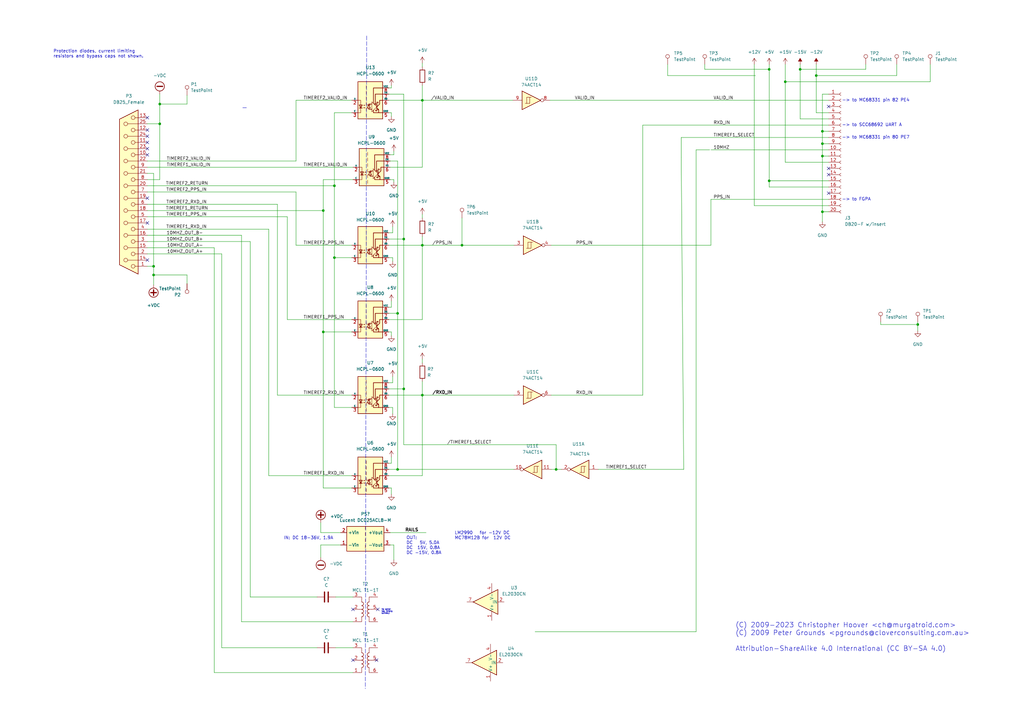
<source format=kicad_sch>
(kicad_sch (version 20211123) (generator eeschema)
  (paper "A3")
  (lib_symbols
    (symbol "74xx:74LS14" (pin_names (offset 1.016))
      (property "Reference" "U" (at 0 1.27 0))
      (property "Value" "74LS14" (at 0 -1.27 0))
      (symbol "74LS14_1_0"
        (polyline (pts (xy -3.81 3.81) (xy -3.81 -3.81) (xy 3.81 0) (xy -3.81 3.81)) (stroke (width 0.254)) (fill (type background)))
        (pin input line (at -7.62 0 0) (length 3.81) (name "~") (number "1"))
        (pin output inverted (at 7.62 0 180) (length 3.81) (name "~") (number "2"))
      )
      (symbol "74LS14_1_1"
        (polyline (pts (xy -1.905 -1.27) (xy -1.905 1.27) (xy -0.635 1.27)))
        (polyline (pts (xy -2.54 -1.27) (xy -0.635 -1.27) (xy -0.635 1.27) (xy 0 1.27)))
      )
      (symbol "74LS14_2_0"
        (polyline (pts (xy -3.81 3.81) (xy -3.81 -3.81) (xy 3.81 0) (xy -3.81 3.81)) (stroke (width 0.254)) (fill (type background)))
        (pin input line (at -7.62 0 0) (length 3.81) (name "~") (number "3"))
        (pin output inverted (at 7.62 0 180) (length 3.81) (name "~") (number "4"))
      )
      (symbol "74LS14_2_1"
        (polyline (pts (xy -1.905 -1.27) (xy -1.905 1.27) (xy -0.635 1.27)))
        (polyline (pts (xy -2.54 -1.27) (xy -0.635 -1.27) (xy -0.635 1.27) (xy 0 1.27)))
      )
      (symbol "74LS14_3_0"
        (polyline (pts (xy -3.81 3.81) (xy -3.81 -3.81) (xy 3.81 0) (xy -3.81 3.81)) (stroke (width 0.254)) (fill (type background)))
        (pin input line (at -7.62 0 0) (length 3.81) (name "~") (number "5"))
        (pin output inverted (at 7.62 0 180) (length 3.81) (name "~") (number "6"))
      )
      (symbol "74LS14_3_1"
        (polyline (pts (xy -1.905 -1.27) (xy -1.905 1.27) (xy -0.635 1.27)))
        (polyline (pts (xy -2.54 -1.27) (xy -0.635 -1.27) (xy -0.635 1.27) (xy 0 1.27)))
      )
      (symbol "74LS14_4_0"
        (polyline (pts (xy -3.81 3.81) (xy -3.81 -3.81) (xy 3.81 0) (xy -3.81 3.81)) (stroke (width 0.254)) (fill (type background)))
        (pin output inverted (at 7.62 0 180) (length 3.81) (name "~") (number "8"))
        (pin input line (at -7.62 0 0) (length 3.81) (name "~") (number "9"))
      )
      (symbol "74LS14_4_1"
        (polyline (pts (xy -1.905 -1.27) (xy -1.905 1.27) (xy -0.635 1.27)))
        (polyline (pts (xy -2.54 -1.27) (xy -0.635 -1.27) (xy -0.635 1.27) (xy 0 1.27)))
      )
      (symbol "74LS14_5_0"
        (polyline (pts (xy -3.81 3.81) (xy -3.81 -3.81) (xy 3.81 0) (xy -3.81 3.81)) (stroke (width 0.254)) (fill (type background)))
        (pin output inverted (at 7.62 0 180) (length 3.81) (name "~") (number "10"))
        (pin input line (at -7.62 0 0) (length 3.81) (name "~") (number "11"))
      )
      (symbol "74LS14_5_1"
        (polyline (pts (xy -1.905 -1.27) (xy -1.905 1.27) (xy -0.635 1.27)))
        (polyline (pts (xy -2.54 -1.27) (xy -0.635 -1.27) (xy -0.635 1.27) (xy 0 1.27)))
      )
      (symbol "74LS14_6_0"
        (polyline (pts (xy -3.81 3.81) (xy -3.81 -3.81) (xy 3.81 0) (xy -3.81 3.81)) (stroke (width 0.254)) (fill (type background)))
        (pin output inverted (at 7.62 0 180) (length 3.81) (name "~") (number "12"))
        (pin input line (at -7.62 0 0) (length 3.81) (name "~") (number "13"))
      )
      (symbol "74LS14_6_1"
        (polyline (pts (xy -1.905 -1.27) (xy -1.905 1.27) (xy -0.635 1.27)))
        (polyline (pts (xy -2.54 -1.27) (xy -0.635 -1.27) (xy -0.635 1.27) (xy 0 1.27)))
      )
      (symbol "74LS14_7_0"
        (pin power_in line (at 0 12.7 270) (length 5.08) (name "VCC") (number "14"))
        (pin power_in line (at 0 -12.7 90) (length 5.08) (name "GND") (number "7"))
      )
      (symbol "74LS14_7_1"
        (rectangle (start -5.08 7.62) (end 5.08 -7.62) (stroke (width 0.254)) (fill (type background)))
      )
    )
    (symbol "Amplifier_Buffer:EL2001CN" (pin_names (offset 0.127))
      (property "Reference" "U" (at 7.62 5.08 0))
      (property "Value" "EL2001CN" (at 7.62 2.54 0))
      (symbol "EL2001CN_0_1"
        (polyline (pts (xy 5.08 0) (xy -5.08 5.08) (xy -5.08 -5.08) (xy 5.08 0)) (stroke (width 0.254)) (fill (type background)))
      )
      (symbol "EL2001CN_1_1"
        (pin power_in line (at -2.54 7.62 270) (length 3.81) (name "V+") (number "1"))
        (pin input line (at -7.62 0 0) (length 2.54) (name "IN") (number "2"))
        (pin no_connect line (at -5.08 2.54 0) (length 2.54) hide (name "NC") (number "3"))
        (pin power_in line (at -2.54 -7.62 90) (length 3.81) (name "V-") (number "4"))
        (pin no_connect line (at -5.08 -2.54 0) (length 2.54) hide (name "NC") (number "5"))
        (pin no_connect line (at -5.08 -5.08 0) (length 2.54) hide (name "NC") (number "6"))
        (pin output line (at 7.62 0 180) (length 2.54) (name "~") (number "7"))
        (pin no_connect line (at -5.08 5.08 0) (length 2.54) hide (name "NC") (number "8"))
      )
    )
    (symbol "Connector:Conn_01x20_Female" (pin_names (offset 1.016) hide)
      (property "Reference" "J" (at 0 25.4 0))
      (property "Value" "Conn_01x20_Female" (at 0 -27.94 0))
      (symbol "Conn_01x20_Female_1_1"
        (arc (start 0 -24.892) (mid -0.508 -25.4) (end 0 -25.908) (stroke (width 0.1524)))
        (arc (start 0 -22.352) (mid -0.508 -22.86) (end 0 -23.368) (stroke (width 0.1524)))
        (arc (start 0 -19.812) (mid -0.508 -20.32) (end 0 -20.828) (stroke (width 0.1524)))
        (arc (start 0 -17.272) (mid -0.508 -17.78) (end 0 -18.288) (stroke (width 0.1524)))
        (arc (start 0 -14.732) (mid -0.508 -15.24) (end 0 -15.748) (stroke (width 0.1524)))
        (arc (start 0 -12.192) (mid -0.508 -12.7) (end 0 -13.208) (stroke (width 0.1524)))
        (arc (start 0 -9.652) (mid -0.508 -10.16) (end 0 -10.668) (stroke (width 0.1524)))
        (arc (start 0 -7.112) (mid -0.508 -7.62) (end 0 -8.128) (stroke (width 0.1524)))
        (arc (start 0 -4.572) (mid -0.508 -5.08) (end 0 -5.588) (stroke (width 0.1524)))
        (arc (start 0 -2.032) (mid -0.508 -2.54) (end 0 -3.048) (stroke (width 0.1524)))
        (polyline (pts (xy -1.27 -25.4) (xy -0.508 -25.4)) (stroke (width 0.1524)))
        (polyline (pts (xy -1.27 -22.86) (xy -0.508 -22.86)) (stroke (width 0.1524)))
        (polyline (pts (xy -1.27 -20.32) (xy -0.508 -20.32)) (stroke (width 0.1524)))
        (polyline (pts (xy -1.27 -17.78) (xy -0.508 -17.78)) (stroke (width 0.1524)))
        (polyline (pts (xy -1.27 -15.24) (xy -0.508 -15.24)) (stroke (width 0.1524)))
        (polyline (pts (xy -1.27 -12.7) (xy -0.508 -12.7)) (stroke (width 0.1524)))
        (polyline (pts (xy -1.27 -10.16) (xy -0.508 -10.16)) (stroke (width 0.1524)))
        (polyline (pts (xy -1.27 -7.62) (xy -0.508 -7.62)) (stroke (width 0.1524)))
        (polyline (pts (xy -1.27 -5.08) (xy -0.508 -5.08)) (stroke (width 0.1524)))
        (polyline (pts (xy -1.27 -2.54) (xy -0.508 -2.54)) (stroke (width 0.1524)))
        (polyline (pts (xy -1.27 0) (xy -0.508 0)) (stroke (width 0.1524)))
        (polyline (pts (xy -1.27 2.54) (xy -0.508 2.54)) (stroke (width 0.1524)))
        (polyline (pts (xy -1.27 5.08) (xy -0.508 5.08)) (stroke (width 0.1524)))
        (polyline (pts (xy -1.27 7.62) (xy -0.508 7.62)) (stroke (width 0.1524)))
        (polyline (pts (xy -1.27 10.16) (xy -0.508 10.16)) (stroke (width 0.1524)))
        (polyline (pts (xy -1.27 12.7) (xy -0.508 12.7)) (stroke (width 0.1524)))
        (polyline (pts (xy -1.27 15.24) (xy -0.508 15.24)) (stroke (width 0.1524)))
        (polyline (pts (xy -1.27 17.78) (xy -0.508 17.78)) (stroke (width 0.1524)))
        (polyline (pts (xy -1.27 20.32) (xy -0.508 20.32)) (stroke (width 0.1524)))
        (polyline (pts (xy -1.27 22.86) (xy -0.508 22.86)) (stroke (width 0.1524)))
        (arc (start 0 0.508) (mid -0.508 0) (end 0 -0.508) (stroke (width 0.1524)))
        (arc (start 0 3.048) (mid -0.508 2.54) (end 0 2.032) (stroke (width 0.1524)))
        (arc (start 0 5.588) (mid -0.508 5.08) (end 0 4.572) (stroke (width 0.1524)))
        (arc (start 0 8.128) (mid -0.508 7.62) (end 0 7.112) (stroke (width 0.1524)))
        (arc (start 0 10.668) (mid -0.508 10.16) (end 0 9.652) (stroke (width 0.1524)))
        (arc (start 0 13.208) (mid -0.508 12.7) (end 0 12.192) (stroke (width 0.1524)))
        (arc (start 0 15.748) (mid -0.508 15.24) (end 0 14.732) (stroke (width 0.1524)))
        (arc (start 0 18.288) (mid -0.508 17.78) (end 0 17.272) (stroke (width 0.1524)))
        (arc (start 0 20.828) (mid -0.508 20.32) (end 0 19.812) (stroke (width 0.1524)))
        (arc (start 0 23.368) (mid -0.508 22.86) (end 0 22.352) (stroke (width 0.1524)))
        (pin passive line (at -5.08 22.86 0) (length 3.81) (name "Pin_1") (number "1"))
        (pin passive line (at -5.08 0 0) (length 3.81) (name "Pin_10") (number "10"))
        (pin passive line (at -5.08 -2.54 0) (length 3.81) (name "Pin_11") (number "11"))
        (pin passive line (at -5.08 -5.08 0) (length 3.81) (name "Pin_12") (number "12"))
        (pin passive line (at -5.08 -7.62 0) (length 3.81) (name "Pin_13") (number "13"))
        (pin passive line (at -5.08 -10.16 0) (length 3.81) (name "Pin_14") (number "14"))
        (pin passive line (at -5.08 -12.7 0) (length 3.81) (name "Pin_15") (number "15"))
        (pin passive line (at -5.08 -15.24 0) (length 3.81) (name "Pin_16") (number "16"))
        (pin passive line (at -5.08 -17.78 0) (length 3.81) (name "Pin_17") (number "17"))
        (pin passive line (at -5.08 -20.32 0) (length 3.81) (name "Pin_18") (number "18"))
        (pin passive line (at -5.08 -22.86 0) (length 3.81) (name "Pin_19") (number "19"))
        (pin passive line (at -5.08 20.32 0) (length 3.81) (name "Pin_2") (number "2"))
        (pin passive line (at -5.08 -25.4 0) (length 3.81) (name "Pin_20") (number "20"))
        (pin passive line (at -5.08 17.78 0) (length 3.81) (name "Pin_3") (number "3"))
        (pin passive line (at -5.08 15.24 0) (length 3.81) (name "Pin_4") (number "4"))
        (pin passive line (at -5.08 12.7 0) (length 3.81) (name "Pin_5") (number "5"))
        (pin passive line (at -5.08 10.16 0) (length 3.81) (name "Pin_6") (number "6"))
        (pin passive line (at -5.08 7.62 0) (length 3.81) (name "Pin_7") (number "7"))
        (pin passive line (at -5.08 5.08 0) (length 3.81) (name "Pin_8") (number "8"))
        (pin passive line (at -5.08 2.54 0) (length 3.81) (name "Pin_9") (number "9"))
      )
    )
    (symbol "Connector:DB25_Female" (pin_names (offset 1.016) hide)
      (property "Reference" "J" (at 0 34.29 0))
      (property "Value" "DB25_Female" (at 0 -34.925 0))
      (symbol "DB25_Female_0_1"
        (circle (center -1.778 -30.48) (radius 0.762))
        (circle (center -1.778 -25.4) (radius 0.762))
        (circle (center -1.778 -20.32) (radius 0.762))
        (circle (center -1.778 -15.24) (radius 0.762))
        (circle (center -1.778 -10.16) (radius 0.762))
        (circle (center -1.778 -5.08) (radius 0.762))
        (circle (center -1.778 0) (radius 0.762))
        (circle (center -1.778 5.08) (radius 0.762))
        (circle (center -1.778 10.16) (radius 0.762))
        (circle (center -1.778 15.24) (radius 0.762))
        (circle (center -1.778 20.32) (radius 0.762))
        (circle (center -1.778 25.4) (radius 0.762))
        (circle (center -1.778 30.48) (radius 0.762))
        (polyline (pts (xy -3.81 -30.48) (xy -2.54 -30.48)))
        (polyline (pts (xy -3.81 -27.94) (xy 0.508 -27.94)))
        (polyline (pts (xy -3.81 -25.4) (xy -2.54 -25.4)))
        (polyline (pts (xy -3.81 -22.86) (xy 0.508 -22.86)))
        (polyline (pts (xy -3.81 -20.32) (xy -2.54 -20.32)))
        (polyline (pts (xy -3.81 -17.78) (xy 0.508 -17.78)))
        (polyline (pts (xy -3.81 -15.24) (xy -2.54 -15.24)))
        (polyline (pts (xy -3.81 -12.7) (xy 0.508 -12.7)))
        (polyline (pts (xy -3.81 -10.16) (xy -2.54 -10.16)))
        (polyline (pts (xy -3.81 -7.62) (xy 0.508 -7.62)))
        (polyline (pts (xy -3.81 -5.08) (xy -2.54 -5.08)))
        (polyline (pts (xy -3.81 -2.54) (xy 0.508 -2.54)))
        (polyline (pts (xy -3.81 0) (xy -2.54 0)))
        (polyline (pts (xy -3.81 2.54) (xy 0.508 2.54)))
        (polyline (pts (xy -3.81 5.08) (xy -2.54 5.08)))
        (polyline (pts (xy -3.81 7.62) (xy 0.508 7.62)))
        (polyline (pts (xy -3.81 10.16) (xy -2.54 10.16)))
        (polyline (pts (xy -3.81 12.7) (xy 0.508 12.7)))
        (polyline (pts (xy -3.81 15.24) (xy -2.54 15.24)))
        (polyline (pts (xy -3.81 17.78) (xy 0.508 17.78)))
        (polyline (pts (xy -3.81 20.32) (xy -2.54 20.32)))
        (polyline (pts (xy -3.81 22.86) (xy 0.508 22.86)))
        (polyline (pts (xy -3.81 25.4) (xy -2.54 25.4)))
        (polyline (pts (xy -3.81 27.94) (xy 0.508 27.94)))
        (polyline (pts (xy -3.81 30.48) (xy -2.54 30.48)))
        (polyline (pts (xy -3.81 33.655) (xy 3.81 29.845) (xy 3.81 -29.845) (xy -3.81 -33.655) (xy -3.81 33.655)) (stroke (width 0.254)) (fill (type background)))
        (circle (center 1.27 -27.94) (radius 0.762))
        (circle (center 1.27 -22.86) (radius 0.762))
        (circle (center 1.27 -17.78) (radius 0.762))
        (circle (center 1.27 -12.7) (radius 0.762))
        (circle (center 1.27 -7.62) (radius 0.762))
        (circle (center 1.27 -2.54) (radius 0.762))
        (circle (center 1.27 2.54) (radius 0.762))
        (circle (center 1.27 7.62) (radius 0.762))
        (circle (center 1.27 12.7) (radius 0.762))
        (circle (center 1.27 17.78) (radius 0.762))
        (circle (center 1.27 22.86) (radius 0.762))
        (circle (center 1.27 27.94) (radius 0.762))
      )
      (symbol "DB25_Female_1_1"
        (pin passive line (at -7.62 30.48 0) (length 3.81) (name "1") (number "1"))
        (pin passive line (at -7.62 -15.24 0) (length 3.81) (name "10") (number "10"))
        (pin passive line (at -7.62 -20.32 0) (length 3.81) (name "11") (number "11"))
        (pin passive line (at -7.62 -25.4 0) (length 3.81) (name "12") (number "12"))
        (pin passive line (at -7.62 -30.48 0) (length 3.81) (name "13") (number "13"))
        (pin passive line (at -7.62 27.94 0) (length 3.81) (name "P14") (number "14"))
        (pin passive line (at -7.62 22.86 0) (length 3.81) (name "P15") (number "15"))
        (pin passive line (at -7.62 17.78 0) (length 3.81) (name "P16") (number "16"))
        (pin passive line (at -7.62 12.7 0) (length 3.81) (name "P17") (number "17"))
        (pin passive line (at -7.62 7.62 0) (length 3.81) (name "P18") (number "18"))
        (pin passive line (at -7.62 2.54 0) (length 3.81) (name "P19") (number "19"))
        (pin passive line (at -7.62 25.4 0) (length 3.81) (name "2") (number "2"))
        (pin passive line (at -7.62 -2.54 0) (length 3.81) (name "P20") (number "20"))
        (pin passive line (at -7.62 -7.62 0) (length 3.81) (name "P21") (number "21"))
        (pin passive line (at -7.62 -12.7 0) (length 3.81) (name "P22") (number "22"))
        (pin passive line (at -7.62 -17.78 0) (length 3.81) (name "P23") (number "23"))
        (pin passive line (at -7.62 -22.86 0) (length 3.81) (name "P24") (number "24"))
        (pin passive line (at -7.62 -27.94 0) (length 3.81) (name "P25") (number "25"))
        (pin passive line (at -7.62 20.32 0) (length 3.81) (name "3") (number "3"))
        (pin passive line (at -7.62 15.24 0) (length 3.81) (name "4") (number "4"))
        (pin passive line (at -7.62 10.16 0) (length 3.81) (name "5") (number "5"))
        (pin passive line (at -7.62 5.08 0) (length 3.81) (name "6") (number "6"))
        (pin passive line (at -7.62 0 0) (length 3.81) (name "7") (number "7"))
        (pin passive line (at -7.62 -5.08 0) (length 3.81) (name "8") (number "8"))
        (pin passive line (at -7.62 -10.16 0) (length 3.81) (name "9") (number "9"))
      )
    )
    (symbol "Connector:TestPoint" (pin_numbers hide) (pin_names (offset 0.762) hide)
      (property "Reference" "TP" (at 0 6.858 0))
      (property "Value" "TestPoint" (at 0 5.08 0))
      (symbol "TestPoint_0_1"
        (circle (center 0 3.302) (radius 0.762))
      )
      (symbol "TestPoint_1_1"
        (pin passive line (at 0 0 90) (length 2.54) (name "1") (number "1"))
      )
    )
    (symbol "Converter_DCDC:MEE1S0312SC"
      (property "Reference" "PS" (at -7.62 6.35 0))
      (property "Value" "MEE1S0312SC" (at 1.27 6.35 0))
      (symbol "MEE1S0312SC_0_0"
        (pin power_in line (at -10.16 -2.54 0) (length 2.54) (name "-Vin") (number "1"))
        (pin power_in line (at -10.16 2.54 0) (length 2.54) (name "+Vin") (number "2"))
        (pin power_out line (at 10.16 -2.54 180) (length 2.54) (name "-Vout") (number "3"))
        (pin power_out line (at 10.16 2.54 180) (length 2.54) (name "+Vout") (number "4"))
      )
      (symbol "MEE1S0312SC_0_1"
        (rectangle (start -7.62 5.08) (end 7.62 -5.08) (stroke (width 0.254)) (fill (type background)))
        (polyline (pts (xy 0 -2.54) (xy 0 -3.81)))
        (polyline (pts (xy 0 0) (xy 0 -1.27)))
        (polyline (pts (xy 0 2.54) (xy 0 1.27)))
        (polyline (pts (xy 0 5.08) (xy 0 3.81)))
      )
    )
    (symbol "Device:C" (pin_numbers hide) (pin_names (offset 0.254))
      (property "Reference" "C" (at 0.635 2.54 0))
      (property "Value" "C" (at 0.635 -2.54 0))
      (symbol "C_0_1"
        (polyline (pts (xy -2.032 -0.762) (xy 2.032 -0.762)) (stroke (width 0.508)))
        (polyline (pts (xy -2.032 0.762) (xy 2.032 0.762)) (stroke (width 0.508)))
      )
      (symbol "C_1_1"
        (pin passive line (at 0 3.81 270) (length 2.794) (name "~") (number "1"))
        (pin passive line (at 0 -3.81 90) (length 2.794) (name "~") (number "2"))
      )
    )
    (symbol "Device:R" (pin_numbers hide) (pin_names (offset 0))
      (property "Reference" "R" (at 2.032 0 90))
      (property "Value" "R" (at 0 0 90))
      (symbol "R_0_1"
        (rectangle (start -1.016 -2.54) (end 1.016 2.54) (stroke (width 0.254)))
      )
      (symbol "R_1_1"
        (pin passive line (at 0 3.81 270) (length 1.27) (name "~") (number "1"))
        (pin passive line (at 0 -3.81 90) (length 1.27) (name "~") (number "2"))
      )
    )
    (symbol "Isolator:HCPL-0600" (pin_names (offset 0))
      (property "Reference" "U" (at -4.064 8.89 0))
      (property "Value" "HCPL-0600" (at 0.254 -9.144 0))
      (symbol "HCPL-0600_0_1"
        (polyline (pts (xy 2.667 -3.556) (xy 2.667 -1.651)) (stroke (width 0.254)))
        (polyline (pts (xy 2.667 -2.159) (xy 2.667 -2.921)) (stroke (width 0.254)))
        (polyline (pts (xy 3.429 -3.937) (xy 3.429 -5.08)) (stroke (width 0.254)))
        (polyline (pts (xy -0.635 -3.302) (xy -0.635 -3.683) (xy 0.635 -3.683)) (stroke (width 0.254)))
        (polyline (pts (xy -0.635 -1.905) (xy -0.635 -1.524) (xy 0.508 -1.524)) (stroke (width 0.254)))
        (polyline (pts (xy 1.27 -4.064) (xy 1.27 -5.08) (xy 5.08 -5.08)) (stroke (width 0.254)))
        (polyline (pts (xy 1.27 -1.27) (xy 1.27 5.08) (xy 5.08 5.08)) (stroke (width 0.254)))
        (polyline (pts (xy 2.032 -1.27) (xy 2.032 2.54) (xy 5.08 2.54)) (stroke (width 0.254)))
        (polyline (pts (xy -5.08 -5.08) (xy -3.937 -5.08) (xy -3.937 0) (xy -5.08 0)))
        (polyline (pts (xy 2.667 -3.302) (xy 2.667 -4.318) (xy 2.159 -4.318) (xy 2.159 -3.937)) (stroke (width 0.254)))
        (polyline (pts (xy 2.667 -2.667) (xy 0.635 -4.699) (xy 0.635 -0.635) (xy 2.667 -2.667)))
        (polyline (pts (xy 2.667 -1.778) (xy 2.667 -0.762) (xy 3.175 -0.762) (xy 3.175 -1.143)) (stroke (width 0.254)))
        (polyline (pts (xy 2.794 -2.54) (xy 3.81 -1.524) (xy 3.81 0) (xy 5.08 0)) (stroke (width 0.254)))
        (polyline (pts (xy 2.667 -3.175) (xy 3.429 -3.937) (xy 3.302 -3.556) (xy 3.048 -3.81) (xy 3.429 -3.937)) (stroke (width 0.254)))
        (circle (center 2.032 -1.524) (radius 0.254) (stroke (width 0.254)))
      )
      (symbol "HCPL-0600_1_1"
        (rectangle (start -5.08 7.62) (end 5.08 -7.62) (stroke (width 0.254)) (fill (type background)))
        (polyline (pts (xy -4.572 -3.175) (xy -3.302 -3.175)) (stroke (width 0.254)))
        (polyline (pts (xy -1.651 -5.334) (xy -1.651 -6.604)))
        (polyline (pts (xy -1.651 -3.048) (xy -1.651 -4.318)))
        (polyline (pts (xy -1.651 -0.762) (xy -1.651 -2.032)))
        (polyline (pts (xy -1.651 1.524) (xy -1.651 0.254)))
        (polyline (pts (xy -1.651 3.81) (xy -1.651 2.54)))
        (polyline (pts (xy -1.651 6.096) (xy -1.651 4.826)))
        (polyline (pts (xy -1.27 -1.905) (xy 0 -1.905)) (stroke (width 0.254)))
        (polyline (pts (xy -3.937 -3.175) (xy -4.572 -1.905) (xy -3.302 -1.905) (xy -3.937 -3.175)) (stroke (width 0.254)))
        (polyline (pts (xy -0.635 -1.905) (xy -1.27 -3.175) (xy 0 -3.175) (xy -0.635 -1.905)) (stroke (width 0.254)))
        (polyline (pts (xy -2.921 -3.048) (xy -2.159 -3.048) (xy -2.54 -3.175) (xy -2.54 -2.921) (xy -2.159 -3.048)) (stroke (width 0.127)))
        (polyline (pts (xy -2.921 -2.032) (xy -2.159 -2.032) (xy -2.54 -2.159) (xy -2.54 -1.905) (xy -2.159 -2.032)) (stroke (width 0.127)))
        (pin no_connect line (at -5.08 5.08 0) (length 2.54) hide (name "NC") (number "1"))
        (pin passive line (at -7.62 0 0) (length 2.54) (name "A") (number "2"))
        (pin passive line (at -7.62 -5.08 0) (length 2.54) (name "C") (number "3"))
        (pin power_in line (at 7.62 -5.08 180) (length 2.54) (name "GND") (number "5"))
        (pin open_collector line (at 7.62 0 180) (length 2.54) (name "VO") (number "6"))
        (pin input line (at 7.62 2.54 180) (length 2.54) (name "EN") (number "7"))
        (pin power_in line (at 7.62 5.08 180) (length 2.54) (name "VCC") (number "8"))
      )
    )
    (symbol "Transformer:ADTT1.5-1" (pin_names hide)
      (property "Reference" "TR" (at 0 6.35 0))
      (property "Value" "ADTT1.5-1" (at 0 -6.35 0))
      (symbol "ADTT1.5-1_0_1"
        (arc (start -1.524 -3.048) (mid -0.762 -2.286) (end -1.524 -1.524) (stroke (width 0.2032)))
        (arc (start -1.524 -1.524) (mid -0.762 -0.762) (end -1.524 0) (stroke (width 0.2032)))
        (arc (start -1.524 0) (mid -0.762 0.762) (end -1.524 1.524) (stroke (width 0.2032)))
        (arc (start -1.524 1.524) (mid -0.762 2.286) (end -1.524 3.048) (stroke (width 0.2032)))
        (polyline (pts (xy -2.54 0) (xy -1.27 0)))
        (polyline (pts (xy 2.54 0) (xy 1.27 0)) (stroke (width 0.1524)))
        (polyline (pts (xy -2.54 5.08) (xy -1.524 5.08) (xy -1.524 3.048)) (stroke (width 0.1524)))
        (polyline (pts (xy -1.524 -3.048) (xy -1.524 -5.08) (xy -2.54 -5.08)) (stroke (width 0.1524)))
        (polyline (pts (xy 1.524 3.048) (xy 1.524 5.08) (xy 2.54 5.08)) (stroke (width 0.1524)))
        (polyline (pts (xy 2.54 -5.08) (xy 1.524 -5.08) (xy 1.524 -3.048)) (stroke (width 0.1524)))
        (arc (start 1.524 -1.524) (mid 0.762 -2.286) (end 1.524 -3.048) (stroke (width 0.2032)))
        (arc (start 1.524 0) (mid 0.762 -0.762) (end 1.524 -1.524) (stroke (width 0.2032)))
        (arc (start 1.524 1.524) (mid 0.762 0.762) (end 1.524 0) (stroke (width 0.2032)))
        (arc (start 1.524 3.048) (mid 0.762 2.286) (end 1.524 1.524) (stroke (width 0.2032)))
      )
      (symbol "ADTT1.5-1_1_1"
        (pin passive line (at -5.08 -5.08 0) (length 2.54) (name "~") (number "1"))
        (pin passive line (at -5.08 0 0) (length 2.54) (name "~") (number "2"))
        (pin passive line (at -5.08 5.08 0) (length 2.54) (name "~") (number "3"))
        (pin passive line (at 5.08 5.08 180) (length 2.54) (name "~") (number "4"))
        (pin passive line (at 5.08 0 180) (length 2.54) (name "~") (number "5"))
        (pin passive line (at 5.08 -5.08 180) (length 2.54) (name "~") (number "6"))
      )
    )
    (symbol "power:+12V" (power) (pin_names (offset 0))
      (property "Value" "+12V" (at 0 3.556 0))
      (symbol "+12V_0_1"
        (polyline (pts (xy -0.762 1.27) (xy 0 2.54)))
        (polyline (pts (xy 0 0) (xy 0 2.54)))
        (polyline (pts (xy 0 2.54) (xy 0.762 1.27)))
      )
      (symbol "+12V_1_1"
        (pin power_in line (at 0 0 90) (length 0) hide (name "+12V") (number "1"))
      )
    )
    (symbol "power:+15V" (power) (pin_names (offset 0))
      (property "Value" "+15V" (at 0 3.556 0))
      (symbol "+15V_0_1"
        (polyline (pts (xy -0.762 1.27) (xy 0 2.54)))
        (polyline (pts (xy 0 0) (xy 0 2.54)))
        (polyline (pts (xy 0 2.54) (xy 0.762 1.27)))
      )
      (symbol "+15V_1_1"
        (pin power_in line (at 0 0 90) (length 0) hide (name "+15V") (number "1"))
      )
    )
    (symbol "power:+5V" (power) (pin_names (offset 0))
      (property "Value" "+5V" (at 0 3.556 0))
      (symbol "+5V_0_1"
        (polyline (pts (xy -0.762 1.27) (xy 0 2.54)))
        (polyline (pts (xy 0 0) (xy 0 2.54)))
        (polyline (pts (xy 0 2.54) (xy 0.762 1.27)))
      )
      (symbol "+5V_1_1"
        (pin power_in line (at 0 0 90) (length 0) hide (name "+5V") (number "1"))
      )
    )
    (symbol "power:+VDC" (power) (pin_names (offset 0))
      (property "Value" "+VDC" (at 0 6.35 0))
      (symbol "+VDC_0_1"
        (polyline (pts (xy -1.143 3.175) (xy 1.143 3.175)) (stroke (width 0.508)))
        (polyline (pts (xy 0 0) (xy 0 1.27)))
        (polyline (pts (xy 0 2.032) (xy 0 4.318)) (stroke (width 0.508)))
        (circle (center 0 3.175) (radius 1.905) (stroke (width 0.254)))
      )
      (symbol "+VDC_1_1"
        (pin power_in line (at 0 0 90) (length 0) hide (name "+VDC") (number "1"))
      )
    )
    (symbol "power:-12V" (power) (pin_names (offset 0))
      (property "Value" "-12V" (at 0 3.81 0))
      (symbol "-12V_0_0"
        (pin power_in line (at 0 0 90) (length 0) hide (name "-12V") (number "1"))
      )
      (symbol "-12V_0_1"
        (polyline (pts (xy 0 0) (xy 0 1.27) (xy 0.762 1.27) (xy 0 2.54) (xy -0.762 1.27) (xy 0 1.27)) (fill (type outline)))
      )
    )
    (symbol "power:-15V" (power) (pin_names (offset 0))
      (property "Value" "-15V" (at 0 3.81 0))
      (symbol "-15V_0_0"
        (pin power_in line (at 0 0 90) (length 0) hide (name "-15V") (number "1"))
      )
      (symbol "-15V_0_1"
        (polyline (pts (xy 0 0) (xy 0 1.27) (xy 0.762 1.27) (xy 0 2.54) (xy -0.762 1.27) (xy 0 1.27)) (fill (type outline)))
      )
    )
    (symbol "power:-VDC" (power) (pin_names (offset 0))
      (property "Value" "-VDC" (at 0 6.35 0))
      (symbol "-VDC_0_1"
        (polyline (pts (xy -1.143 3.175) (xy 1.143 3.175)) (stroke (width 0.508)))
        (polyline (pts (xy 0 0) (xy 0 1.27)))
        (circle (center 0 3.175) (radius 1.905) (stroke (width 0.254)))
      )
      (symbol "-VDC_1_1"
        (pin power_in line (at 0 0 90) (length 0) hide (name "-VDC") (number "1"))
      )
    )
    (symbol "power:GND" (power) (pin_names (offset 0))
      (property "Value" "GND" (at 0 -3.81 0))
      (symbol "GND_0_1"
        (polyline (pts (xy 0 0) (xy 0 -1.27) (xy 1.27 -1.27) (xy 0 -2.54) (xy -1.27 -1.27) (xy 0 -1.27)))
      )
      (symbol "GND_1_1"
        (pin power_in line (at 0 0 270) (length 0) hide (name "GND") (number "1"))
      )
    )
  )
  (junction (at 173.228 41.148))
  (junction (at 65.532 42.672))
  (junction (at 173.228 100.584))
  (junction (at 65.532 50.8))
  (junction (at 163.068 128.524))
  (junction (at 337.312 58.928))
  (junction (at 132.588 136.144))
  (junction (at 165.608 98.044))
  (junction (at 163.068 192.532))
  (junction (at 62.992 112.776))
  (junction (at 137.16 105.664))
  (junction (at 376.428 133.096))
  (junction (at 165.608 159.512))
  (junction (at 315.468 28.448))
  (junction (at 189.484 100.584))
  (junction (at 62.992 109.22))
  (junction (at 228.092 192.532))
  (junction (at 328.168 28.448))
  (junction (at 315.468 74.168))
  (junction (at 334.772 30.988))
  (junction (at 173.228 162.052))
  (junction (at 137.16 76.2))
  (junction (at 337.312 53.848))
  (junction (at 337.312 86.868))
  (junction (at 322.072 33.528))
  (junction (at 132.588 86.36))
  (junction (at 337.312 64.008))
  (no_connect (at 154.432 270.764))
  (no_connect (at 60.452 53.34))
  (no_connect (at 144.78 270.764))
  (no_connect (at 60.452 60.96))
  (no_connect (at 339.852 43.688))
  (no_connect (at 339.852 69.088))
  (no_connect (at 60.452 106.68))
  (no_connect (at 60.452 91.44))
  (no_connect (at 144.78 249.936))
  (no_connect (at 154.94 249.936))
  (no_connect (at 339.852 71.628))
  (no_connect (at 339.852 79.248))
  (no_connect (at 60.452 58.42))
  (no_connect (at 60.452 63.5))
  (no_connect (at 60.452 55.88))
  (no_connect (at 60.452 48.26))
  (no_connect (at 60.452 81.28))
  (wire (pts (xy 159.512 46.228) (xy 160.528 46.228)))
  (wire (pts (xy 173.228 87.884) (xy 173.228 89.408)))
  (wire (pts (xy 159.512 162.052) (xy 173.228 162.052)))
  (wire (pts (xy 160.528 125.984) (xy 159.512 125.984)))
  (wire (pts (xy 376.428 132.08) (xy 376.428 133.096)))
  (wire (pts (xy 334.772 30.988) (xy 334.772 26.416)))
  (wire (pts (xy 337.312 53.848) (xy 337.312 38.608)))
  (wire (pts (xy 160.528 46.228) (xy 160.528 47.752)))
  (wire (pts (xy 355.092 26.416) (xy 355.092 28.448)))
  (wire (pts (xy 337.312 64.008) (xy 337.312 86.868)))
  (wire (pts (xy 110.236 195.072) (xy 110.236 93.98)))
  (wire (pts (xy 219.456 259.08) (xy 285.496 259.08)))
  (wire (pts (xy 159.512 41.148) (xy 173.228 41.148)))
  (wire (pts (xy 137.16 46.228) (xy 137.16 76.2)))
  (wire (pts (xy 315.468 26.416) (xy 315.468 28.448)))
  (wire (pts (xy 160.02 223.52) (xy 161.544 223.52)))
  (wire (pts (xy 376.428 133.096) (xy 376.428 135.636)))
  (wire (pts (xy 132.588 136.144) (xy 144.272 136.144)))
  (wire (pts (xy 65.532 42.672) (xy 65.532 38.608)))
  (wire (pts (xy 137.16 46.228) (xy 144.272 46.228)))
  (wire (pts (xy 163.068 192.532) (xy 210.82 192.532)))
  (wire (pts (xy 309.372 26.416) (xy 309.372 84.328)))
  (wire (pts (xy 99.06 96.52) (xy 60.452 96.52)))
  (wire (pts (xy 173.228 35.052) (xy 173.228 41.148)))
  (wire (pts (xy 60.452 86.36) (xy 132.588 86.36)))
  (wire (pts (xy 159.512 131.064) (xy 173.228 131.064)))
  (wire (pts (xy 132.588 86.36) (xy 132.588 73.66)))
  (wire (pts (xy 337.312 53.848) (xy 339.852 53.848)))
  (wire (pts (xy 137.16 76.2) (xy 137.16 105.664)))
  (wire (pts (xy 315.468 28.448) (xy 315.468 74.168)))
  (wire (pts (xy 139.7 218.44) (xy 131.572 218.44)))
  (wire (pts (xy 160.528 136.144) (xy 160.528 137.668)))
  (wire (pts (xy 87.884 101.6) (xy 60.452 101.6)))
  (wire (pts (xy 273.812 30.988) (xy 273.812 26.416)))
  (wire (pts (xy 322.072 33.528) (xy 322.072 66.548)))
  (wire (pts (xy 160.528 123.444) (xy 160.528 125.984)))
  (wire (pts (xy 367.792 26.416) (xy 367.792 30.988)))
  (wire (pts (xy 76.708 39.116) (xy 76.708 42.672)))
  (wire (pts (xy 159.512 189.992) (xy 160.528 189.992)))
  (wire (pts (xy 144.272 162.052) (xy 113.792 162.052)))
  (wire (pts (xy 160.02 63.5) (xy 161.544 63.5)))
  (wire (pts (xy 339.852 86.868) (xy 337.312 86.868)))
  (wire (pts (xy 337.312 86.868) (xy 337.312 90.932)))
  (wire (pts (xy 334.772 46.228) (xy 334.772 30.988)))
  (wire (pts (xy 337.312 38.608) (xy 339.852 38.608)))
  (wire (pts (xy 139.7 223.52) (xy 131.572 223.52)))
  (wire (pts (xy 161.544 223.52) (xy 161.544 229.616)))
  (wire (pts (xy 76.708 116.332) (xy 76.708 112.776)))
  (wire (pts (xy 137.668 265.684) (xy 144.78 265.684)))
  (wire (pts (xy 102.616 99.06) (xy 102.616 244.856)))
  (wire (pts (xy 337.312 64.008) (xy 339.852 64.008)))
  (wire (pts (xy 159.512 195.072) (xy 173.228 195.072)))
  (wire (pts (xy 159.512 38.608) (xy 165.608 38.608)))
  (wire (pts (xy 161.036 156.972) (xy 161.036 154.432)))
  (wire (pts (xy 60.452 66.04) (xy 121.412 66.04)))
  (wire (pts (xy 144.272 41.148) (xy 121.412 41.148)))
  (wire (pts (xy 160.528 200.152) (xy 160.528 202.692)))
  (wire (pts (xy 132.588 136.144) (xy 132.588 86.36)))
  (wire (pts (xy 159.512 95.504) (xy 161.036 95.504)))
  (wire (pts (xy 65.532 73.66) (xy 65.532 50.8)))
  (wire (pts (xy 361.188 132.08) (xy 361.188 133.096)))
  (wire (pts (xy 160.02 66.04) (xy 163.068 66.04)))
  (wire (pts (xy 285.496 61.468) (xy 285.496 259.08)))
  (wire (pts (xy 159.512 200.152) (xy 160.528 200.152)))
  (wire (pts (xy 159.512 98.044) (xy 165.608 98.044)))
  (wire (pts (xy 144.78 255.016) (xy 99.06 255.016)))
  (wire (pts (xy 132.588 73.66) (xy 144.78 73.66)))
  (wire (pts (xy 161.544 63.5) (xy 161.544 61.976)))
  (wire (pts (xy 367.792 30.988) (xy 334.772 30.988)))
  (wire (pts (xy 381.508 26.416) (xy 381.508 33.528)))
  (wire (pts (xy 62.992 71.12) (xy 62.992 109.22)))
  (wire (pts (xy 309.372 84.328) (xy 339.852 84.328)))
  (wire (pts (xy 165.608 98.044) (xy 165.608 159.512)))
  (wire (pts (xy 165.608 182.372) (xy 165.608 159.512)))
  (wire (pts (xy 161.036 92.964) (xy 161.036 95.504)))
  (wire (pts (xy 62.992 109.22) (xy 62.992 112.776)))
  (wire (pts (xy 117.856 88.9) (xy 117.856 131.064)))
  (wire (pts (xy 173.228 162.052) (xy 210.82 162.052)))
  (wire (pts (xy 60.452 99.06) (xy 102.616 99.06)))
  (wire (pts (xy 263.652 51.308) (xy 263.652 162.052)))
  (wire (pts (xy 137.16 167.132) (xy 144.272 167.132)))
  (wire (pts (xy 60.452 73.66) (xy 65.532 73.66)))
  (wire (pts (xy 263.652 51.308) (xy 339.852 51.308)))
  (wire (pts (xy 226.06 100.584) (xy 291.592 100.584)))
  (wire (pts (xy 60.452 104.14) (xy 90.932 104.14)))
  (wire (pts (xy 309.88 30.988) (xy 273.812 30.988)))
  (wire (pts (xy 160.02 73.66) (xy 161.544 73.66)))
  (wire (pts (xy 339.852 46.228) (xy 334.772 46.228)))
  (wire (pts (xy 225.552 41.148) (xy 339.852 41.148)))
  (wire (pts (xy 87.884 275.844) (xy 87.884 101.6)))
  (polyline (pts (xy 101.092 44.196) (xy 99.568 44.196)))
  (wire (pts (xy 291.592 81.788) (xy 291.592 100.584)))
  (wire (pts (xy 90.932 265.684) (xy 130.048 265.684)))
  (wire (pts (xy 159.512 128.524) (xy 163.068 128.524)))
  (wire (pts (xy 137.16 105.664) (xy 137.16 167.132)))
  (wire (pts (xy 173.228 100.584) (xy 189.484 100.584)))
  (wire (pts (xy 159.512 105.664) (xy 161.036 105.664)))
  (wire (pts (xy 339.852 56.388) (xy 279.4 56.388)))
  (wire (pts (xy 131.572 223.52) (xy 131.572 228.6)))
  (wire (pts (xy 160.528 189.992) (xy 160.528 187.452)))
  (wire (pts (xy 159.512 36.068) (xy 160.528 36.068)))
  (wire (pts (xy 173.228 25.908) (xy 173.228 27.432)))
  (wire (pts (xy 76.708 42.672) (xy 65.532 42.672)))
  (wire (pts (xy 62.992 112.776) (xy 62.992 116.84)))
  (wire (pts (xy 159.512 136.144) (xy 160.528 136.144)))
  (wire (pts (xy 328.168 48.768) (xy 328.168 28.448)))
  (wire (pts (xy 160.528 36.068) (xy 160.528 35.052)))
  (wire (pts (xy 189.484 89.408) (xy 189.484 100.584)))
  (wire (pts (xy 189.484 100.584) (xy 210.82 100.584)))
  (wire (pts (xy 163.068 128.524) (xy 163.068 192.532)))
  (wire (pts (xy 315.468 76.708) (xy 315.468 74.168)))
  (wire (pts (xy 339.852 76.708) (xy 315.468 76.708)))
  (wire (pts (xy 60.452 68.58) (xy 144.78 68.58)))
  (wire (pts (xy 121.412 78.74) (xy 121.412 100.584)))
  (wire (pts (xy 159.512 100.584) (xy 173.228 100.584)))
  (wire (pts (xy 137.668 244.856) (xy 144.78 244.856)))
  (wire (pts (xy 159.512 156.972) (xy 161.036 156.972)))
  (wire (pts (xy 279.4 64.516) (xy 280.416 192.532)))
  (wire (pts (xy 228.092 192.532) (xy 228.092 182.372)))
  (wire (pts (xy 137.16 105.664) (xy 144.272 105.664)))
  (wire (pts (xy 159.512 159.512) (xy 165.608 159.512)))
  (wire (pts (xy 328.168 28.448) (xy 328.168 26.416)))
  (wire (pts (xy 159.512 167.132) (xy 161.036 167.132)))
  (wire (pts (xy 65.532 50.8) (xy 65.532 42.672)))
  (wire (pts (xy 161.544 73.66) (xy 161.544 74.676)))
  (wire (pts (xy 173.228 148.844) (xy 173.228 147.32)))
  (wire (pts (xy 228.092 192.532) (xy 226.06 192.532)))
  (wire (pts (xy 289.052 28.448) (xy 315.468 28.448)))
  (wire (pts (xy 361.188 133.096) (xy 376.428 133.096)))
  (wire (pts (xy 285.496 61.468) (xy 291.084 61.468)))
  (wire (pts (xy 60.452 78.74) (xy 121.412 78.74)))
  (wire (pts (xy 315.468 74.168) (xy 339.852 74.168)))
  (wire (pts (xy 161.036 105.664) (xy 161.036 107.188)))
  (wire (pts (xy 173.228 97.028) (xy 173.228 100.584)))
  (wire (pts (xy 322.072 66.548) (xy 339.852 66.548)))
  (wire (pts (xy 131.572 218.44) (xy 131.572 214.376)))
  (wire (pts (xy 226.06 162.052) (xy 263.652 162.052)))
  (wire (pts (xy 173.228 156.464) (xy 173.228 162.052)))
  (wire (pts (xy 160.02 68.58) (xy 173.228 68.58)))
  (wire (pts (xy 144.272 200.152) (xy 132.588 200.152)))
  (wire (pts (xy 245.364 192.532) (xy 280.416 192.532)))
  (wire (pts (xy 90.932 104.14) (xy 90.932 265.684)))
  (wire (pts (xy 322.072 26.416) (xy 322.072 33.528)))
  (wire (pts (xy 144.272 100.584) (xy 121.412 100.584)))
  (wire (pts (xy 65.532 50.8) (xy 60.452 50.8)))
  (wire (pts (xy 173.228 41.148) (xy 210.312 41.148)))
  (wire (pts (xy 381.508 33.528) (xy 322.072 33.528)))
  (wire (pts (xy 163.068 66.04) (xy 163.068 128.524)))
  (wire (pts (xy 173.228 131.064) (xy 173.228 100.584)))
  (wire (pts (xy 117.856 131.064) (xy 144.272 131.064)))
  (wire (pts (xy 228.092 182.372) (xy 165.608 182.372)))
  (wire (pts (xy 165.608 38.608) (xy 165.608 98.044)))
  (wire (pts (xy 159.512 192.532) (xy 163.068 192.532)))
  (wire (pts (xy 173.228 162.052) (xy 173.228 195.072)))
  (wire (pts (xy 144.272 195.072) (xy 110.236 195.072)))
  (wire (pts (xy 60.452 76.2) (xy 137.16 76.2)))
  (wire (pts (xy 102.616 244.856) (xy 130.048 244.856)))
  (wire (pts (xy 173.228 68.58) (xy 173.228 41.148)))
  (wire (pts (xy 60.452 83.82) (xy 113.792 83.82)))
  (wire (pts (xy 99.06 255.016) (xy 99.06 96.52)))
  (wire (pts (xy 289.052 26.416) (xy 289.052 28.448)))
  (polyline (pts (xy 150.368 14.732) (xy 149.86 282.448)))
  (wire (pts (xy 291.592 61.468) (xy 339.852 61.468)))
  (wire (pts (xy 339.852 48.768) (xy 328.168 48.768)))
  (wire (pts (xy 279.4 56.388) (xy 279.4 64.516)))
  (wire (pts (xy 161.036 167.132) (xy 161.036 169.672)))
  (wire (pts (xy 328.168 28.448) (xy 355.092 28.448)))
  (wire (pts (xy 337.312 53.848) (xy 337.312 58.928)))
  (wire (pts (xy 337.312 58.928) (xy 337.312 64.008)))
  (wire (pts (xy 144.78 275.844) (xy 87.884 275.844)))
  (wire (pts (xy 160.02 218.44) (xy 174.752 218.44)))
  (wire (pts (xy 60.452 93.98) (xy 110.236 93.98)))
  (wire (pts (xy 291.592 81.788) (xy 339.852 81.788)))
  (wire (pts (xy 132.588 200.152) (xy 132.588 136.144)))
  (wire (pts (xy 339.852 58.928) (xy 337.312 58.928)))
  (wire (pts (xy 76.708 112.776) (xy 62.992 112.776)))
  (wire (pts (xy 60.452 109.22) (xy 62.992 109.22)))
  (wire (pts (xy 121.412 41.148) (xy 121.412 66.04)))
  (wire (pts (xy 60.452 88.9) (xy 117.856 88.9)))
  (wire (pts (xy 60.452 71.12) (xy 62.992 71.12)))
  (wire (pts (xy 113.792 162.052) (xy 113.792 83.82)))
  (wire (pts (xy 230.124 192.532) (xy 228.092 192.532)))
  (text "IN: DC 18-36V, 1.9A" (at 116.332 221.488 0) (effects (font (size 1.27 1.27)) (justify left bottom)))
  (text "(C) 2009-2023 Christopher Hoover <ch@murgatroid.com>\n(C) 2009 Peter Grounds <pgrounds@cloverconsulting.com.au>\n \nAttribution-ShareAlike 4.0 International (CC BY-SA 4.0)" (at 301.625 267.335 0) (effects (font (size 2 2)) (justify left bottom)))
  (text "No center\ntap. (Wrong\nsymbol.)" (at 156.464 251.968 0) (effects (font (size 0.5 0.5)) (justify left bottom)))
  (text "-> to FGPA" (at 345.313 82.55 0) (effects (font (size 1.27 1.27)) (justify left bottom)))
  (text "Protection diodes, current limiting\nresistors and bypass caps not shown." (at 21.844 23.876 0) (effects (font (size 1.27 1.27)) (justify left bottom)))
  (text "LM2990   for -12V DC\nMC78M12B for  12V DC" (at 186.436 221.488 0) (effects (font (size 1.27 1.27)) (justify left bottom)))
  (text "-> to MC68331 pin 80 PE7" (at 345.313 57.15 0) (effects (font (size 1.27 1.27)) (justify left bottom)))
  (text "-> to MC68331 pin 82 PE4" (at 345.313 41.91 0) (effects (font (size 1.27 1.27)) (justify left bottom)))
  (text "-> to SCC68692 UART A" (at 345.313 52.07 0) (effects (font (size 1.27 1.27)) (justify left bottom)))
  (text "OUT:\nDC   5V, 5.0A\nDC  15V, 0.8A\nDC -15V, 0.8A" (at 166.624 227.584 0) (effects (font (size 1.27 1.27)) (justify left bottom)))
  (label "TIMEREF1_RXD_IN" (at 84.836 93.98 180))
  (label "10MHZ_OUT_A+" (at 83.312 104.14 180))
  (label "{slash}PPS_IN" (at 177.292 100.584 0))
  (label "RAILS" (at 166.116 218.44 0) (effects (font bold)))
  (label "VALID_IN" (at 235.712 41.148 0))
  (label "TIMEREF1_VALID_IN" (at 124.46 68.58 0))
  (label "RXD_IN" (at 236.22 162.052 0))
  (label "{slash}VALID_IN" (at 176.784 41.148 0))
  (label "TIMEREF1_SELECT" (at 248.412 192.532 0))
  (label "10MHZ" (at 292.608 61.468 0))
  (label "TIMEREF2_RXD_IN" (at 84.836 83.82 180))
  (label "TIMEREF1_PPS_IN" (at 84.836 88.9 180))
  (label "{slash}RXD_IN" (at 177.292 162.052 0) (effects (font bold)))
  (label "TIMEREF2_VALID_IN" (at 124.46 41.148 0))
  (label "TIMEREF2_VALID_IN" (at 86.36 66.04 180))
  (label "TIMEREF2_RXD_IN" (at 124.46 162.052 0))
  (label "TIMEREF1_RXD_IN" (at 124.46 195.072 0))
  (label "10MHZ_OUT_B+" (at 83.312 99.06 180))
  (label "PPS_IN" (at 292.608 81.788 0))
  (label "TIMEREF1_PPS_IN" (at 124.46 131.064 0))
  (label "{slash}TIMEREF1_SELECT" (at 183.388 182.372 0))
  (label "TIMEREF1_VALID_IN" (at 86.36 68.58 180))
  (label "TIMEREF1_SELECT" (at 292.608 56.388 0))
  (label "TIMEREF2_RETURN" (at 85.344 76.2 180))
  (label "RXD_IN" (at 292.608 51.308 0))
  (label "10MHZ_OUT_A-" (at 83.312 101.6 180))
  (label "TIMEREF2_PPS_IN" (at 84.836 78.74 180))
  (label "TIMEREF1_RETURN" (at 85.344 86.36 180))
  (label "10MHZ_OUT_B-" (at 83.312 96.52 180))
  (label "PPS_IN" (at 236.22 100.584 0))
  (label "VALID_IN" (at 292.608 41.148 0))
  (label "TIMEREF2_PPS_IN" (at 124.46 100.584 0))
  (symbol (lib_id "power:+5V") (at 160.528 35.052 0) (unit 1)
    (property "Reference" "#PWR0114" (effects hide))
    (property "Value" "+5V" (at 160.528 29.718 0))
  )
  (symbol (lib_id "Connector:TestPoint") (at 76.708 116.332 180) (unit 1)
    (property "Reference" "P2" (at 74.168 120.9041 0) (effects (justify left)))
    (property "Value" "TestPoint" (at 74.168 118.3641 0) (effects (justify left)))
  )
  (symbol (lib_id "Isolator:HCPL-0600") (at 152.4 68.58 0) (unit 1)
    (property "Reference" "U9" (at 152.4 56.134 0))
    (property "Value" "HCPL-0600" (at 152.4 58.674 0))
    (property "Footprint" "Package_SO:SOIC-8_3.9x4.9mm_P1.27mm" (effects hide))
    (property "Datasheet" "https://docs.broadcom.com/docs/AV02-0940EN" (effects hide))
  )
  (symbol (lib_id "power:+5V") (at 173.228 25.908 0) (unit 1)
    (property "Reference" "#PWR0116" (effects hide))
    (property "Value" "+5V" (at 173.228 20.574 0))
  )
  (symbol (lib_id "power:+5V") (at 160.528 187.452 0) (unit 1)
    (property "Reference" "#PWR0111" (effects hide))
    (property "Value" "+5V" (at 160.528 182.118 0))
  )
  (symbol (lib_id "power:GND") (at 161.036 169.672 0) (unit 1)
    (property "Reference" "#PWR0103" (effects hide))
    (property "Value" "GND" (at 160.528 173.736 0))
  )
  (symbol (lib_id "power:-VDC") (at 131.572 228.6 180) (unit 1)
    (property "Reference" "#PWR0119" (effects hide))
    (property "Value" "-VDC" (at 135.128 231.2034 0) (effects (justify right)))
  )
  (symbol (lib_id "Isolator:HCPL-0600") (at 151.892 100.584 0) (unit 1)
    (property "Reference" "U10" (at 151.892 87.63 0))
    (property "Value" "HCPL-0600" (at 151.892 90.17 0))
    (property "Footprint" "Package_SO:SOIC-8_3.9x4.9mm_P1.27mm" (effects hide))
    (property "Datasheet" "https://docs.broadcom.com/docs/AV02-0940EN" (effects hide))
  )
  (symbol (lib_id "Device:C") (at 133.858 244.856 90) (unit 1)
    (property "Reference" "C?" (at 133.858 237.49 90))
    (property "Value" "C" (at 133.858 240.03 90))
  )
  (symbol (lib_id "Isolator:HCPL-0600") (at 151.892 195.072 0) (unit 1)
    (property "Reference" "U6" (at 151.892 181.61 0))
    (property "Value" "HCPL-0600" (at 151.892 184.15 0))
    (property "Footprint" "Package_SO:SOIC-8_3.9x4.9mm_P1.27mm" (effects hide))
    (property "Datasheet" "https://docs.broadcom.com/docs/AV02-0940EN" (effects hide))
  )
  (symbol (lib_id "Isolator:HCPL-0600") (at 151.892 41.148 0) (unit 1)
    (property "Reference" "U13" (at 151.892 27.686 0))
    (property "Value" "HCPL-0600" (at 151.892 30.226 0))
    (property "Footprint" "Package_SO:SOIC-8_3.9x4.9mm_P1.27mm" (effects hide))
    (property "Datasheet" "https://docs.broadcom.com/docs/AV02-0940EN" (effects hide))
  )
  (symbol (lib_id "Converter_DCDC:MEE1S0312SC") (at 149.86 220.98 0) (unit 1)
    (property "Reference" "PS?" (at 149.86 210.82 0))
    (property "Value" "Lucent DC025ACL8-M" (at 149.86 213.36 0))
    (property "Footprint" "Converter_DCDC:Converter_DCDC_Murata_MEE1SxxxxSC_THT" (effects hide))
    (property "Datasheet" "https://power.murata.com/pub/data/power/ncl/kdc_mee1.pdf" (effects hide))
  )
  (symbol (lib_id "power:GND") (at 161.544 229.616 0) (unit 1)
    (property "Reference" "#PWR0122" (effects hide))
    (property "Value" "GND" (at 161.544 235.204 0))
  )
  (symbol (lib_id "Device:R") (at 173.228 152.654 0) (unit 1)
    (property "Reference" "R?" (at 175.26 151.3839 0) (effects (justify left)))
    (property "Value" "R" (at 175.26 153.9239 0) (effects (justify left)))
  )
  (symbol (lib_id "Device:R") (at 173.228 31.242 0) (unit 1)
    (property "Reference" "R?" (at 175.514 29.9719 0) (effects (justify left)))
    (property "Value" "R" (at 175.514 32.5119 0) (effects (justify left)))
  )
  (symbol (lib_id "power:-12V") (at 334.772 26.416 0) (unit 1)
    (property "Reference" "#PWR0125" (effects hide))
    (property "Value" "-12V" (at 334.772 21.336 0))
  )
  (symbol (lib_id "Connector:TestPoint") (at 189.484 89.408 0) (unit 1)
    (property "Reference" "TP6" (at 191.389 84.8359 0) (effects (justify left)))
    (property "Value" "TestPoint" (at 191.389 87.3759 0) (effects (justify left)))
  )
  (symbol (lib_id "Connector:TestPoint") (at 289.052 26.416 0) (unit 1)
    (property "Reference" "TP3" (at 290.83 21.8439 0) (effects (justify left)))
    (property "Value" "TestPoint" (at 290.83 24.3839 0) (effects (justify left)))
  )
  (symbol (lib_id "74xx:74LS14") (at 218.44 192.532 180) (unit 5)
    (property "Reference" "U11" (at 218.44 182.88 0))
    (property "Value" "74ACT14" (at 218.44 185.42 0))
    (property "Datasheet" "http://www.ti.com/lit/gpn/sn74LS14" (effects hide))
  )
  (symbol (lib_id "power:+5V") (at 173.228 147.32 0) (unit 1)
    (property "Reference" "#PWR0115" (effects hide))
    (property "Value" "+5V" (at 173.228 141.986 0))
  )
  (symbol (lib_id "power:-15V") (at 328.168 26.416 0) (unit 1)
    (property "Reference" "#PWR0124" (effects hide))
    (property "Value" "-15V" (at 328.168 21.336 0))
  )
  (symbol (lib_id "Device:C") (at 133.858 265.684 90) (unit 1)
    (property "Reference" "C?" (at 133.858 258.826 90))
    (property "Value" "C" (at 133.858 261.366 90))
  )
  (symbol (lib_id "74xx:74LS14") (at 218.44 162.052 0) (unit 3)
    (property "Reference" "U11" (at 218.44 152.527 0))
    (property "Value" "74ACT14" (at 218.44 155.067 0))
    (property "Datasheet" "http://www.ti.com/lit/gpn/sn74LS14" (effects hide))
  )
  (symbol (lib_id "power:GND") (at 160.528 137.668 0) (unit 1)
    (property "Reference" "#PWR0112" (effects hide))
    (property "Value" "GND" (at 160.528 143.256 0))
  )
  (symbol (lib_id "power:GND") (at 161.036 107.188 0) (unit 1)
    (property "Reference" "#PWR0106" (effects hide))
    (property "Value" "GND" (at 161.036 112.776 0))
  )
  (symbol (lib_id "power:-VDC") (at 65.532 38.608 0) (unit 1)
    (property "Reference" "#PWR0102" (effects hide))
    (property "Value" "-VDC" (at 65.532 30.988 0))
  )
  (symbol (lib_id "power:+5V") (at 315.468 26.416 0) (unit 1)
    (property "Reference" "#PWR0127" (effects hide))
    (property "Value" "+5V" (at 315.468 21.336 0))
  )
  (symbol (lib_id "power:+VDC") (at 62.992 116.84 180) (unit 1)
    (property "Reference" "#PWR0101" (effects hide))
    (property "Value" "+VDC" (at 62.992 125.222 0))
  )
  (symbol (lib_id "power:+VDC") (at 131.572 214.376 0) (unit 1)
    (property "Reference" "#PWR0118" (effects hide))
    (property "Value" "+VDC" (at 135.382 211.7724 0) (effects (justify left)))
  )
  (symbol (lib_id "power:GND") (at 376.428 135.636 0) (unit 1)
    (property "Reference" "#PWR0121" (effects hide))
    (property "Value" "GND" (at 376.428 141.224 0))
  )
  (symbol (lib_id "Transformer:ADTT1.5-1") (at 149.86 249.936 0) (unit 1)
    (property "Reference" "T2" (at 149.86 239.522 0))
    (property "Value" "MCL T1-1T" (at 149.86 242.062 0))
    (property "Footprint" "RF_Mini-Circuits:Mini-Circuits_CD636_H4.11mm" (effects hide))
    (property "Datasheet" "https://www.minicircuits.com/pdfs/ADTT1.5-1+.pdf" (effects hide))
  )
  (symbol (lib_id "Connector:TestPoint") (at 361.188 132.08 0) (unit 1)
    (property "Reference" "J2" (at 363.22 127.5079 0) (effects (justify left)))
    (property "Value" "TestPoint" (at 363.22 130.0479 0) (effects (justify left)))
  )
  (symbol (lib_id "74xx:74LS14") (at 218.44 100.584 0) (unit 2)
    (property "Reference" "U11" (at 218.44 90.932 0))
    (property "Value" "74ACT14" (at 218.44 93.472 0))
    (property "Datasheet" "http://www.ti.com/lit/gpn/sn74LS14" (effects hide))
  )
  (symbol (lib_id "Device:R") (at 173.228 93.218 0) (unit 1)
    (property "Reference" "R?" (at 175.514 91.9479 0) (effects (justify left)))
    (property "Value" "R" (at 175.514 94.4879 0) (effects (justify left)))
  )
  (symbol (lib_id "power:GND") (at 161.544 74.676 0) (unit 1)
    (property "Reference" "#PWR0109" (effects hide))
    (property "Value" "GND" (at 161.544 80.264 0))
  )
  (symbol (lib_id "Connector:Conn_01x20_Female") (at 344.932 61.468 0) (unit 1)
    (property "Reference" "J3" (at 346.456 89.408 0) (effects (justify left)))
    (property "Value" "DB20-F w/insert" (at 346.456 91.948 0) (effects (justify left)))
  )
  (symbol (lib_id "power:+15V") (at 322.072 26.416 0) (unit 1)
    (property "Reference" "#PWR0123" (effects hide))
    (property "Value" "+15V" (at 322.072 21.336 0))
  )
  (symbol (lib_id "power:GND") (at 337.312 90.932 0) (unit 1)
    (property "Reference" "#PWR0120" (effects hide))
    (property "Value" "GND" (at 337.312 96.52 0))
  )
  (symbol (lib_id "Connector:DB25_Female") (at 52.832 78.74 180) (unit 1)
    (property "Reference" "P3" (at 52.832 39.37 0))
    (property "Value" "DB25_Female" (at 52.832 41.91 0))
    (property "Datasheet" " ~" (effects hide))
  )
  (symbol (lib_id "Isolator:HCPL-0600") (at 151.892 162.052 0) (unit 1)
    (property "Reference" "U7" (at 151.892 148.844 0))
    (property "Value" "HCPL-0600" (at 151.892 151.384 0))
    (property "Footprint" "Package_SO:SOIC-8_3.9x4.9mm_P1.27mm" (effects hide))
    (property "Datasheet" "https://docs.broadcom.com/docs/AV02-0940EN" (effects hide))
  )
  (symbol (lib_id "Amplifier_Buffer:EL2001CN") (at 199.136 246.888 180) (unit 1)
    (property "Reference" "U3" (at 210.82 241.0585 0))
    (property "Value" "EL2030CN" (at 210.82 243.5985 0))
    (property "Footprint" "Package_DIP:DIP-8_W7.62mm" (effects hide))
    (property "Datasheet" "http://www.datasheetlib.com/datasheet/677973/el2001_intersil.html#datasheet" (effects hide))
  )
  (symbol (lib_id "Connector:TestPoint") (at 381.508 26.416 0) (unit 1)
    (property "Reference" "J1" (at 383.54 21.8439 0) (effects (justify left)))
    (property "Value" "TestPoint" (at 383.54 24.3839 0) (effects (justify left)))
  )
  (symbol (lib_id "power:+12V") (at 309.372 26.416 0) (unit 1)
    (property "Reference" "#PWR0126" (effects hide))
    (property "Value" "+12V" (at 309.372 21.336 0))
  )
  (symbol (lib_id "power:+5V") (at 161.036 92.964 0) (unit 1)
    (property "Reference" "#PWR0104" (effects hide))
    (property "Value" "+5V" (at 161.036 87.63 0))
  )
  (symbol (lib_id "Amplifier_Buffer:EL2001CN") (at 198.628 271.78 180) (unit 1)
    (property "Reference" "U4" (at 209.55 265.9505 0))
    (property "Value" "EL2030CN" (at 209.55 268.4905 0))
    (property "Footprint" "Package_DIP:DIP-8_W7.62mm" (effects hide))
    (property "Datasheet" "http://www.datasheetlib.com/datasheet/677973/el2001_intersil.html#datasheet" (effects hide))
  )
  (symbol (lib_id "Connector:TestPoint") (at 355.092 26.416 0) (unit 1)
    (property "Reference" "TP2" (at 356.87 21.8439 0) (effects (justify left)))
    (property "Value" "TestPoint" (at 356.87 24.3839 0) (effects (justify left)))
  )
  (symbol (lib_id "power:GND") (at 160.528 47.752 0) (unit 1)
    (property "Reference" "#PWR0105" (effects hide))
    (property "Value" "GND" (at 160.528 53.34 0))
  )
  (symbol (lib_id "power:+5V") (at 161.036 154.432 0) (unit 1)
    (property "Reference" "#PWR0107" (effects hide))
    (property "Value" "+5V" (at 161.036 149.098 0))
  )
  (symbol (lib_id "74xx:74LS14") (at 237.744 192.532 180) (unit 1)
    (property "Reference" "U11" (at 237.236 182.118 0))
    (property "Value" "74ACT14" (at 237.744 186.182 0))
    (property "Datasheet" "http://www.ti.com/lit/gpn/sn74LS14" (effects hide))
  )
  (symbol (lib_id "power:+5V") (at 173.228 87.884 0) (unit 1)
    (property "Reference" "#PWR0117" (effects hide))
    (property "Value" "+5V" (at 173.228 82.55 0))
  )
  (symbol (lib_id "Connector:TestPoint") (at 76.708 39.116 0) (unit 1)
    (property "Reference" "P1" (at 78.232 34.5439 0) (effects (justify left)))
    (property "Value" "TestPoint" (at 78.232 37.0839 0) (effects (justify left)))
  )
  (symbol (lib_id "Connector:TestPoint") (at 376.428 132.08 0) (unit 1)
    (property "Reference" "TP1" (at 378.46 127.5079 0) (effects (justify left)))
    (property "Value" "TestPoint" (at 378.46 130.0479 0) (effects (justify left)))
  )
  (symbol (lib_id "power:+5V") (at 161.544 61.976 0) (unit 1)
    (property "Reference" "#PWR0113" (effects hide))
    (property "Value" "+5V" (at 161.544 56.642 0))
  )
  (symbol (lib_id "Connector:TestPoint") (at 273.812 26.416 0) (unit 1)
    (property "Reference" "TP5" (at 276.352 21.8439 0) (effects (justify left)))
    (property "Value" "TestPoint" (at 276.352 24.3839 0) (effects (justify left)))
  )
  (symbol (lib_id "Isolator:HCPL-0600") (at 151.892 131.064 0) (unit 1)
    (property "Reference" "U8" (at 151.892 117.856 0))
    (property "Value" "HCPL-0600" (at 151.892 120.396 0))
    (property "Footprint" "Package_SO:SOIC-8_3.9x4.9mm_P1.27mm" (effects hide))
    (property "Datasheet" "https://docs.broadcom.com/docs/AV02-0940EN" (effects hide))
  )
  (symbol (lib_id "Connector:TestPoint") (at 367.792 26.416 0) (unit 1)
    (property "Reference" "TP4" (at 370.078 21.8439 0) (effects (justify left)))
    (property "Value" "TestPoint" (at 370.078 24.3839 0) (effects (justify left)))
  )
  (symbol (lib_id "74xx:74LS14") (at 217.932 41.148 0) (unit 4)
    (property "Reference" "U11" (at 217.932 32.258 0))
    (property "Value" "74ACT14" (at 217.932 34.798 0))
    (property "Datasheet" "http://www.ti.com/lit/gpn/sn74LS14" (effects hide))
  )
  (symbol (lib_id "power:+5V") (at 160.528 123.444 0) (unit 1)
    (property "Reference" "#PWR0108" (effects hide))
    (property "Value" "+5V" (at 160.528 118.11 0))
  )
  (symbol (lib_id "power:GND") (at 160.528 202.692 0) (unit 1)
    (property "Reference" "#PWR0110" (effects hide))
    (property "Value" "GND" (at 160.528 208.28 0))
  )
  (symbol (lib_id "Transformer:ADTT1.5-1") (at 149.86 270.764 0) (unit 1)
    (property "Reference" "T1" (at 149.86 260.096 0))
    (property "Value" "MCL T1-1T" (at 149.86 262.636 0))
    (property "Footprint" "RF_Mini-Circuits:Mini-Circuits_CD636_H4.11mm" (effects hide))
    (property "Datasheet" "https://www.minicircuits.com/pdfs/ADTT1.5-1+.pdf" (effects hide))
  )
)
</source>
